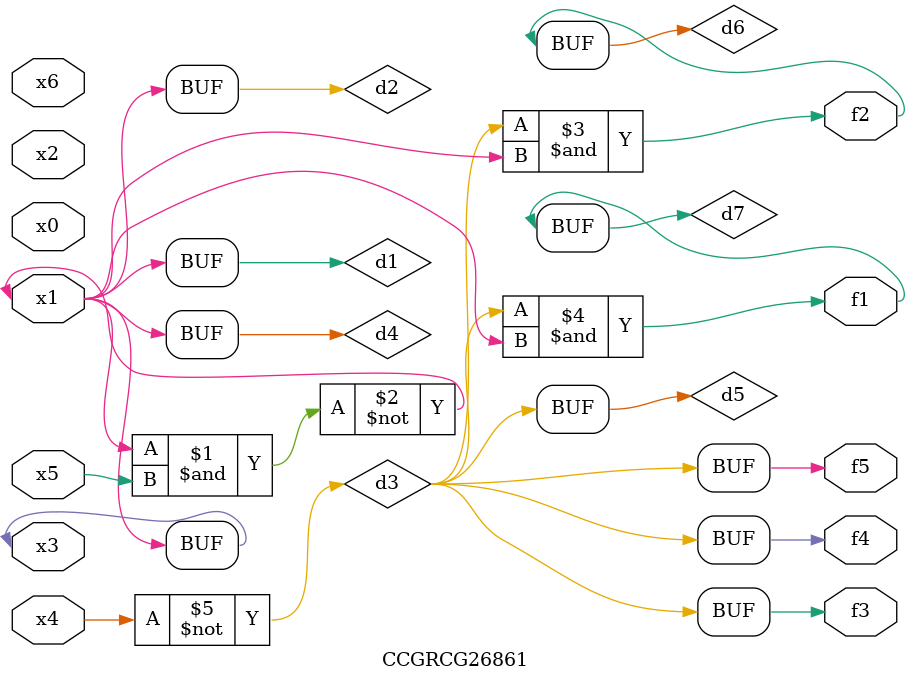
<source format=v>
module CCGRCG26861(
	input x0, x1, x2, x3, x4, x5, x6,
	output f1, f2, f3, f4, f5
);

	wire d1, d2, d3, d4, d5, d6, d7;

	buf (d1, x1, x3);
	nand (d2, x1, x5);
	not (d3, x4);
	buf (d4, d1, d2);
	buf (d5, d3);
	and (d6, d3, d4);
	and (d7, d3, d4);
	assign f1 = d7;
	assign f2 = d6;
	assign f3 = d5;
	assign f4 = d5;
	assign f5 = d5;
endmodule

</source>
